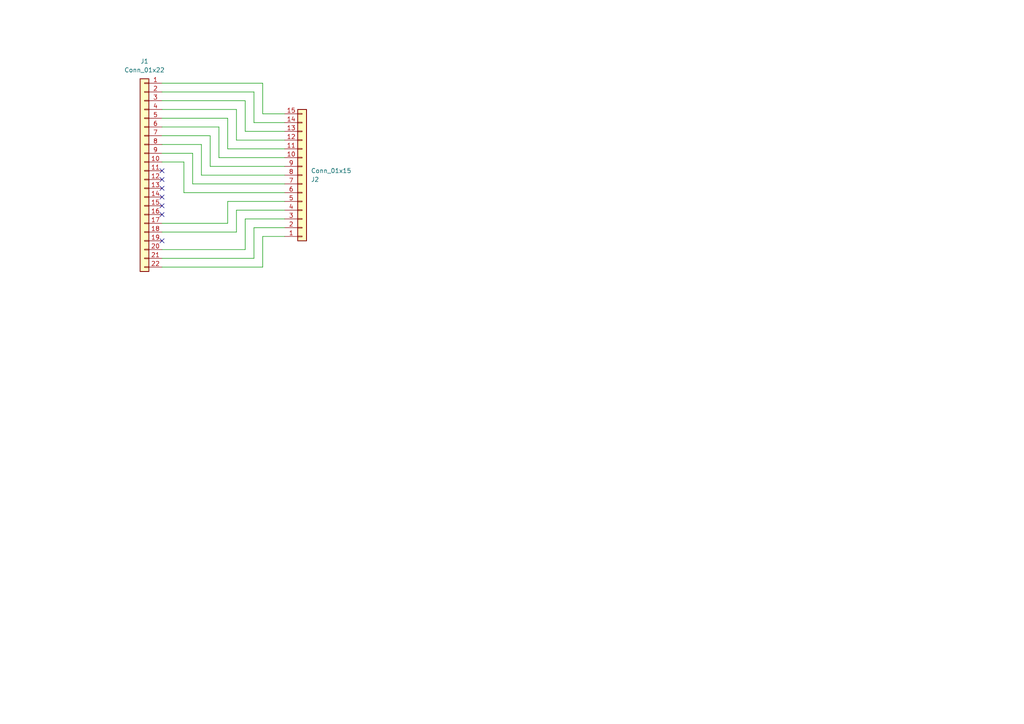
<source format=kicad_sch>
(kicad_sch (version 20231120) (generator "eeschema") (generator_version "8.0")
  (paper "A4")
  (lib_symbols
    (symbol "Connector_Generic:Conn_01x15" (pin_names (offset 1.016) hide)
      (property "Reference" "J" (at 0 20.32 0))
      (property "Value" "Conn_01x15" (at 0 -20.32 0))
      (symbol "Conn_01x15_1_1"
        (rectangle (start -1.27 -17.653) (end 0 -17.907) (stroke (width 0.1524)))
        (rectangle (start -1.27 -15.113) (end 0 -15.367) (stroke (width 0.1524)))
        (rectangle (start -1.27 -12.573) (end 0 -12.827) (stroke (width 0.1524)))
        (rectangle (start -1.27 -10.033) (end 0 -10.287) (stroke (width 0.1524)))
        (rectangle (start -1.27 -7.493) (end 0 -7.747) (stroke (width 0.1524)))
        (rectangle (start -1.27 -4.953) (end 0 -5.207) (stroke (width 0.1524)))
        (rectangle (start -1.27 -2.413) (end 0 -2.667) (stroke (width 0.1524)))
        (rectangle (start -1.27 0.127) (end 0 -0.127) (stroke (width 0.1524)))
        (rectangle (start -1.27 2.667) (end 0 2.413) (stroke (width 0.1524)))
        (rectangle (start -1.27 5.207) (end 0 4.953) (stroke (width 0.1524)))
        (rectangle (start -1.27 7.747) (end 0 7.493) (stroke (width 0.1524)))
        (rectangle (start -1.27 10.287) (end 0 10.033) (stroke (width 0.1524)))
        (rectangle (start -1.27 12.827) (end 0 12.573) (stroke (width 0.1524)))
        (rectangle (start -1.27 15.367) (end 0 15.113) (stroke (width 0.1524)))
        (rectangle (start -1.27 17.907) (end 0 17.653) (stroke (width 0.1524)))
        (rectangle (start -1.27 19.05) (end 1.27 -19.05) (stroke (width 0.254)) (fill (type background)))
        (pin passive line (at -5.08 17.78 0) (length 3.81) (name "Pin_1") (number "1"))
        (pin passive line (at -5.08 -5.08 0) (length 3.81) (name "Pin_10") (number "10"))
        (pin passive line (at -5.08 -7.62 0) (length 3.81) (name "Pin_11") (number "11"))
        (pin passive line (at -5.08 -10.16 0) (length 3.81) (name "Pin_12") (number "12"))
        (pin passive line (at -5.08 -12.7 0) (length 3.81) (name "Pin_13") (number "13"))
        (pin passive line (at -5.08 -15.24 0) (length 3.81) (name "Pin_14") (number "14"))
        (pin passive line (at -5.08 -17.78 0) (length 3.81) (name "Pin_15") (number "15"))
        (pin passive line (at -5.08 15.24 0) (length 3.81) (name "Pin_2") (number "2"))
        (pin passive line (at -5.08 12.7 0) (length 3.81) (name "Pin_3") (number "3"))
        (pin passive line (at -5.08 10.16 0) (length 3.81) (name "Pin_4") (number "4"))
        (pin passive line (at -5.08 7.62 0) (length 3.81) (name "Pin_5") (number "5"))
        (pin passive line (at -5.08 5.08 0) (length 3.81) (name "Pin_6") (number "6"))
        (pin passive line (at -5.08 2.54 0) (length 3.81) (name "Pin_7") (number "7"))
        (pin passive line (at -5.08 0 0) (length 3.81) (name "Pin_8") (number "8"))
        (pin passive line (at -5.08 -2.54 0) (length 3.81) (name "Pin_9") (number "9"))
      )
    )
    (symbol "Connector_Generic:Conn_01x22" (pin_names (offset 1.016) hide)
      (property "Reference" "J" (at 0 27.94 0))
      (property "Value" "Conn_01x22" (at 0 -30.48 0))
      (symbol "Conn_01x22_1_1"
        (rectangle (start -1.27 -27.813) (end 0 -28.067) (stroke (width 0.1524)))
        (rectangle (start -1.27 -25.273) (end 0 -25.527) (stroke (width 0.1524)))
        (rectangle (start -1.27 -22.733) (end 0 -22.987) (stroke (width 0.1524)))
        (rectangle (start -1.27 -20.193) (end 0 -20.447) (stroke (width 0.1524)))
        (rectangle (start -1.27 -17.653) (end 0 -17.907) (stroke (width 0.1524)))
        (rectangle (start -1.27 -15.113) (end 0 -15.367) (stroke (width 0.1524)))
        (rectangle (start -1.27 -12.573) (end 0 -12.827) (stroke (width 0.1524)))
        (rectangle (start -1.27 -10.033) (end 0 -10.287) (stroke (width 0.1524)))
        (rectangle (start -1.27 -7.493) (end 0 -7.747) (stroke (width 0.1524)))
        (rectangle (start -1.27 -4.953) (end 0 -5.207) (stroke (width 0.1524)))
        (rectangle (start -1.27 -2.413) (end 0 -2.667) (stroke (width 0.1524)))
        (rectangle (start -1.27 0.127) (end 0 -0.127) (stroke (width 0.1524)))
        (rectangle (start -1.27 2.667) (end 0 2.413) (stroke (width 0.1524)))
        (rectangle (start -1.27 5.207) (end 0 4.953) (stroke (width 0.1524)))
        (rectangle (start -1.27 7.747) (end 0 7.493) (stroke (width 0.1524)))
        (rectangle (start -1.27 10.287) (end 0 10.033) (stroke (width 0.1524)))
        (rectangle (start -1.27 12.827) (end 0 12.573) (stroke (width 0.1524)))
        (rectangle (start -1.27 15.367) (end 0 15.113) (stroke (width 0.1524)))
        (rectangle (start -1.27 17.907) (end 0 17.653) (stroke (width 0.1524)))
        (rectangle (start -1.27 20.447) (end 0 20.193) (stroke (width 0.1524)))
        (rectangle (start -1.27 22.987) (end 0 22.733) (stroke (width 0.1524)))
        (rectangle (start -1.27 25.527) (end 0 25.273) (stroke (width 0.1524)))
        (rectangle (start -1.27 26.67) (end 1.27 -29.21) (stroke (width 0.254)) (fill (type background)))
        (pin passive line (at -5.08 25.4 0) (length 3.81) (name "Pin_1") (number "1"))
        (pin passive line (at -5.08 2.54 0) (length 3.81) (name "Pin_10") (number "10"))
        (pin passive line (at -5.08 0 0) (length 3.81) (name "Pin_11") (number "11"))
        (pin passive line (at -5.08 -2.54 0) (length 3.81) (name "Pin_12") (number "12"))
        (pin passive line (at -5.08 -5.08 0) (length 3.81) (name "Pin_13") (number "13"))
        (pin passive line (at -5.08 -7.62 0) (length 3.81) (name "Pin_14") (number "14"))
        (pin passive line (at -5.08 -10.16 0) (length 3.81) (name "Pin_15") (number "15"))
        (pin passive line (at -5.08 -12.7 0) (length 3.81) (name "Pin_16") (number "16"))
        (pin passive line (at -5.08 -15.24 0) (length 3.81) (name "Pin_17") (number "17"))
        (pin passive line (at -5.08 -17.78 0) (length 3.81) (name "Pin_18") (number "18"))
        (pin passive line (at -5.08 -20.32 0) (length 3.81) (name "Pin_19") (number "19"))
        (pin passive line (at -5.08 22.86 0) (length 3.81) (name "Pin_2") (number "2"))
        (pin passive line (at -5.08 -22.86 0) (length 3.81) (name "Pin_20") (number "20"))
        (pin passive line (at -5.08 -25.4 0) (length 3.81) (name "Pin_21") (number "21"))
        (pin passive line (at -5.08 -27.94 0) (length 3.81) (name "Pin_22") (number "22"))
        (pin passive line (at -5.08 20.32 0) (length 3.81) (name "Pin_3") (number "3"))
        (pin passive line (at -5.08 17.78 0) (length 3.81) (name "Pin_4") (number "4"))
        (pin passive line (at -5.08 15.24 0) (length 3.81) (name "Pin_5") (number "5"))
        (pin passive line (at -5.08 12.7 0) (length 3.81) (name "Pin_6") (number "6"))
        (pin passive line (at -5.08 10.16 0) (length 3.81) (name "Pin_7") (number "7"))
        (pin passive line (at -5.08 7.62 0) (length 3.81) (name "Pin_8") (number "8"))
        (pin passive line (at -5.08 5.08 0) (length 3.81) (name "Pin_9") (number "9"))
      )
    )
  )
  (no_connect (at 46.99 49.53))
  (no_connect (at 46.99 62.23))
  (no_connect (at 46.99 57.15))
  (no_connect (at 46.99 69.85))
  (no_connect (at 46.99 54.61))
  (no_connect (at 46.99 52.07))
  (no_connect (at 46.99 59.69))
  (wire (pts (xy 46.99 67.31) (xy 68.58 67.31)))
  (wire (pts (xy 46.99 46.99) (xy 53.34 46.99)))
  (wire (pts (xy 60.96 39.37) (xy 60.96 48.26)))
  (wire (pts (xy 63.5 45.72) (xy 82.55 45.72)))
  (wire (pts (xy 76.2 33.02) (xy 82.55 33.02)))
  (wire (pts (xy 46.99 29.21) (xy 71.12 29.21)))
  (wire (pts (xy 58.42 50.8) (xy 82.55 50.8)))
  (wire (pts (xy 46.99 72.39) (xy 71.12 72.39)))
  (wire (pts (xy 46.99 44.45) (xy 55.88 44.45)))
  (wire (pts (xy 46.99 39.37) (xy 60.96 39.37)))
  (wire (pts (xy 60.96 48.26) (xy 82.55 48.26)))
  (wire (pts (xy 58.42 41.91) (xy 58.42 50.8)))
  (wire (pts (xy 46.99 77.47) (xy 76.2 77.47)))
  (wire (pts (xy 66.04 43.18) (xy 82.55 43.18)))
  (wire (pts (xy 76.2 24.13) (xy 76.2 33.02)))
  (wire (pts (xy 76.2 77.47) (xy 76.2 68.58)))
  (wire (pts (xy 55.88 44.45) (xy 55.88 53.34)))
  (wire (pts (xy 46.99 34.29) (xy 66.04 34.29)))
  (wire (pts (xy 46.99 64.77) (xy 66.04 64.77)))
  (wire (pts (xy 73.66 66.04) (xy 82.55 66.04)))
  (wire (pts (xy 46.99 36.83) (xy 63.5 36.83)))
  (wire (pts (xy 46.99 31.75) (xy 68.58 31.75)))
  (wire (pts (xy 73.66 74.93) (xy 73.66 66.04)))
  (wire (pts (xy 53.34 55.88) (xy 82.55 55.88)))
  (wire (pts (xy 73.66 26.67) (xy 73.66 35.56)))
  (wire (pts (xy 46.99 41.91) (xy 58.42 41.91)))
  (wire (pts (xy 71.12 72.39) (xy 71.12 63.5)))
  (wire (pts (xy 73.66 35.56) (xy 82.55 35.56)))
  (wire (pts (xy 63.5 36.83) (xy 63.5 45.72)))
  (wire (pts (xy 55.88 53.34) (xy 82.55 53.34)))
  (wire (pts (xy 46.99 74.93) (xy 73.66 74.93)))
  (wire (pts (xy 71.12 29.21) (xy 71.12 38.1)))
  (wire (pts (xy 71.12 63.5) (xy 82.55 63.5)))
  (wire (pts (xy 46.99 24.13) (xy 76.2 24.13)))
  (wire (pts (xy 76.2 68.58) (xy 82.55 68.58)))
  (wire (pts (xy 66.04 64.77) (xy 66.04 58.42)))
  (wire (pts (xy 68.58 40.64) (xy 82.55 40.64)))
  (wire (pts (xy 66.04 58.42) (xy 82.55 58.42)))
  (wire (pts (xy 68.58 31.75) (xy 68.58 40.64)))
  (wire (pts (xy 66.04 34.29) (xy 66.04 43.18)))
  (wire (pts (xy 53.34 46.99) (xy 53.34 55.88)))
  (wire (pts (xy 71.12 38.1) (xy 82.55 38.1)))
  (wire (pts (xy 68.58 60.96) (xy 82.55 60.96)))
  (wire (pts (xy 46.99 26.67) (xy 73.66 26.67)))
  (wire (pts (xy 68.58 67.31) (xy 68.58 60.96)))
  (symbol (lib_id "Connector_Generic:Conn_01x15") (at 87.63 50.8 0) (mirror x) (unit 1)
    (property "Reference" "J2" (at 90.17 52.0701 0) (effects (justify left)))
    (property "Value" "Conn_01x15" (at 90.17 49.5301 0) (effects (justify left)))
    (property "Footprint" "Connector:fpc_15pin_1.0" (effects (hide yes)))
    (property "Description" "Generic connector, single row, 01x15, script generated (kicad-library-utils/schlib/autogen/connector/)" (effects (hide yes)))
  )
  (symbol (lib_id "Connector_Generic:Conn_01x22") (at 41.91 49.53 0) (mirror y) (unit 1)
    (property "Reference" "J1" (at 41.91 17.78 0))
    (property "Value" "Conn_01x22" (at 41.91 20.32 0))
    (property "Footprint" "Connector:fpc_22pin_0.5" (effects (hide yes)))
    (property "Description" "Generic connector, single row, 01x22, script generated (kicad-library-utils/schlib/autogen/connector/)" (effects (hide yes)))
  )
)
</source>
